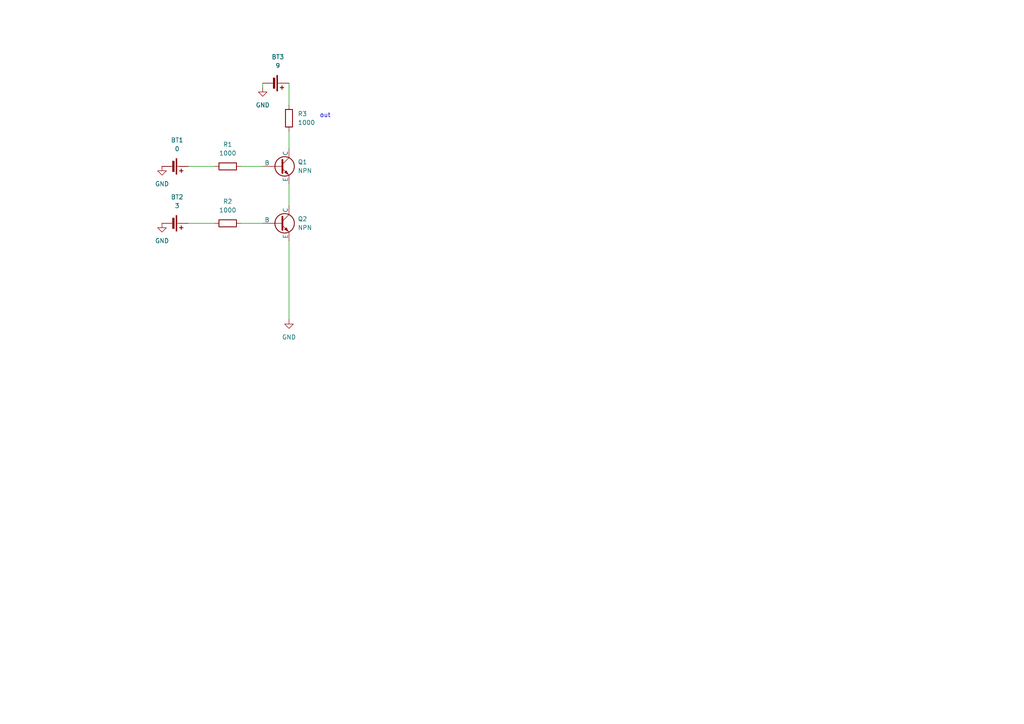
<source format=kicad_sch>
(kicad_sch (version 20230121) (generator eeschema)
  (paper "A4")
  (lib_symbols
    (symbol "Device:Battery_Cell" (pin_numbers hide) (pin_names (offset 0) hide)
      (property "Reference" "BT" (at 2.54 2.54 0))
      (property "Value" "Battery_Cell" (at 2.54 0 0))
      (symbol "Battery_Cell_0_1"
        (rectangle (start -2.286 1.778) (end 2.286 1.524) (fill (type outline)))
        (rectangle (start -1.524 1.016) (end 1.524 0.508) (fill (type outline)))
        (polyline (pts (xy 0 0.762) (xy 0 0)))
        (polyline (pts (xy 0 1.778) (xy 0 2.54)))
        (polyline (pts (xy 0.762 3.048) (xy 1.778 3.048)) (stroke (width 0.254)))
        (polyline (pts (xy 1.27 3.556) (xy 1.27 2.54)) (stroke (width 0.254)))
      )
      (symbol "Battery_Cell_1_1"
        (pin passive line (at 0 5.08 270) (length 2.54) (name "+") (number "1"))
        (pin passive line (at 0 -2.54 90) (length 2.54) (name "-") (number "2"))
      )
    )
    (symbol "Device:R" (pin_numbers hide) (pin_names (offset 0))
      (property "Reference" "R" (at 2.032 0 90))
      (property "Value" "R" (at 0 0 90))
      (symbol "R_0_1"
        (rectangle (start -1.016 -2.54) (end 1.016 2.54) (stroke (width 0.254)))
      )
      (symbol "R_1_1"
        (pin passive line (at 0 3.81 270) (length 1.27) (name "~") (number "1"))
        (pin passive line (at 0 -3.81 90) (length 1.27) (name "~") (number "2"))
      )
    )
    (symbol "Simulation_SPICE:NPN" (pin_numbers hide) (pin_names (offset 0))
      (property "Reference" "Q" (at -2.54 7.62 0))
      (property "Value" "NPN" (at -2.54 5.08 0))
      (symbol "NPN_0_1"
        (polyline (pts (xy -2.54 0) (xy 0.635 0)) (stroke (width 0.1524)))
        (polyline (pts (xy 0.635 0.635) (xy 2.54 2.54)))
        (polyline (pts (xy 2.794 -1.27) (xy 2.794 -1.27)) (stroke (width 0.1524)))
        (polyline (pts (xy 2.794 -1.27) (xy 2.794 -1.27)) (stroke (width 0.1524)))
        (polyline (pts (xy 0.635 -0.635) (xy 2.54 -2.54) (xy 2.54 -2.54)))
        (polyline (pts (xy 0.635 1.905) (xy 0.635 -1.905) (xy 0.635 -1.905)) (stroke (width 0.508)))
        (polyline (pts (xy 1.27 -1.778) (xy 1.778 -1.27) (xy 2.286 -2.286) (xy 1.27 -1.778) (xy 1.27 -1.778)) (fill (type outline)))
        (circle (center 1.27 0) (radius 2.8194) (stroke (width 0.254)))
      )
      (symbol "NPN_1_1"
        (pin open_collector line (at 2.54 5.08 270) (length 2.54) (name "C") (number "1"))
        (pin input line (at -5.08 0 0) (length 2.54) (name "B") (number "2"))
        (pin open_emitter line (at 2.54 -5.08 90) (length 2.54) (name "E") (number "3"))
      )
    )
    (symbol "power:GND" (power) (pin_names (offset 0))
      (property "Value" "GND" (at 0 -3.81 0))
      (symbol "GND_0_1"
        (polyline (pts (xy 0 0) (xy 0 -1.27) (xy 1.27 -1.27) (xy 0 -2.54) (xy -1.27 -1.27) (xy 0 -1.27)))
      )
      (symbol "GND_1_1"
        (pin power_in line (at 0 0 270) (length 0) hide (name "GND") (number "1"))
      )
    )
  )
  (wire (pts (xy 69.85 48.26) (xy 76.2 48.26)))
  (wire (pts (xy 76.2 24.13) (xy 76.2 25.4)))
  (wire (pts (xy 83.82 53.34) (xy 83.82 59.69)))
  (wire (pts (xy 69.85 64.77) (xy 76.2 64.77)))
  (wire (pts (xy 83.82 24.13) (xy 83.82 30.48)))
  (wire (pts (xy 83.82 38.1) (xy 83.82 43.18)))
  (wire (pts (xy 83.82 69.85) (xy 83.82 92.71)))
  (wire (pts (xy 54.61 48.26) (xy 62.23 48.26)))
  (wire (pts (xy 54.61 64.77) (xy 62.23 64.77)))
  (text "out" (at 92.71 34.29 0) (effects (font (size 1.27 1.27)) (justify left bottom)))
  (symbol (lib_id "power:GND") (at 46.99 48.26 0) (unit 1)
    (property "Reference" "#PWR03" (effects hide))
    (property "Value" "GND" (at 46.99 53.34 0))
  )
  (symbol (lib_id "Device:R") (at 83.82 34.29 0) (unit 1)
    (property "Reference" "R3" (at 86.36 33.02 0) (effects (justify left)))
    (property "Value" "1000" (at 86.36 35.56 0) (effects (justify left)))
  )
  (symbol (lib_id "Device:Battery_Cell") (at 49.53 48.26 270) (unit 1)
    (property "Reference" "BT1" (at 51.3715 40.64 90))
    (property "Value" "0" (at 51.3715 43.18 90))
    (property "Sim.Device" "V" (effects hide))
    (property "Sim.Type" "DC" (effects hide))
    (property "Sim.Pins" "1=+ 2=-" (effects hide))
    (property "Sim.Params" "dc=0" (effects hide))
  )
  (symbol (lib_id "power:GND") (at 46.99 64.77 0) (unit 1)
    (property "Reference" "#PWR02" (effects hide))
    (property "Value" "GND" (at 46.99 69.85 0))
  )
  (symbol (lib_id "Simulation_SPICE:NPN") (at 81.28 64.77 0) (unit 1)
    (property "Reference" "Q2" (at 86.36 63.5 0) (effects (justify left)))
    (property "Value" "NPN" (at 86.36 66.04 0) (effects (justify left)))
    (property "Sim.Device" "NPN" (effects hide))
    (property "Sim.Type" "GUMMELPOON" (effects hide))
    (property "Sim.Pins" "1=C 2=B 3=E" (effects hide))
  )
  (symbol (lib_id "Simulation_SPICE:NPN") (at 81.28 48.26 0) (unit 1)
    (property "Reference" "Q1" (at 86.36 46.99 0) (effects (justify left)))
    (property "Value" "NPN" (at 86.36 49.53 0) (effects (justify left)))
    (property "Sim.Device" "NPN" (effects hide))
    (property "Sim.Type" "GUMMELPOON" (effects hide))
    (property "Sim.Pins" "1=C 2=B 3=E" (effects hide))
  )
  (symbol (lib_id "Device:R") (at 66.04 64.77 90) (unit 1)
    (property "Reference" "R2" (at 66.04 58.42 90))
    (property "Value" "1000" (at 66.04 60.96 90))
  )
  (symbol (lib_id "Device:Battery_Cell") (at 78.74 24.13 270) (unit 1)
    (property "Reference" "BT3" (at 80.5815 16.51 90))
    (property "Value" "9" (at 80.5815 19.05 90))
    (property "Sim.Device" "V" (effects hide))
    (property "Sim.Type" "DC" (effects hide))
    (property "Sim.Pins" "1=+ 2=-" (effects hide))
    (property "Sim.Params" "dc=9" (effects hide))
  )
  (symbol (lib_id "power:GND") (at 83.82 92.71 0) (unit 1)
    (property "Reference" "#PWR01" (effects hide))
    (property "Value" "GND" (at 83.82 97.79 0))
  )
  (symbol (lib_id "power:GND") (at 76.2 25.4 0) (unit 1)
    (property "Reference" "#PWR04" (effects hide))
    (property "Value" "GND" (at 76.2 30.48 0))
  )
  (symbol (lib_id "Device:R") (at 66.04 48.26 90) (unit 1)
    (property "Reference" "R1" (at 66.04 41.91 90))
    (property "Value" "1000" (at 66.04 44.45 90))
  )
  (symbol (lib_id "Device:Battery_Cell") (at 49.53 64.77 270) (unit 1)
    (property "Reference" "BT2" (at 51.3715 57.15 90))
    (property "Value" "3" (at 51.3715 59.69 90))
    (property "Sim.Device" "V" (effects hide))
    (property "Sim.Type" "DC" (effects hide))
    (property "Sim.Pins" "1=+ 2=-" (effects hide))
    (property "Sim.Params" "dc=3" (effects hide))
  )
)
</source>
